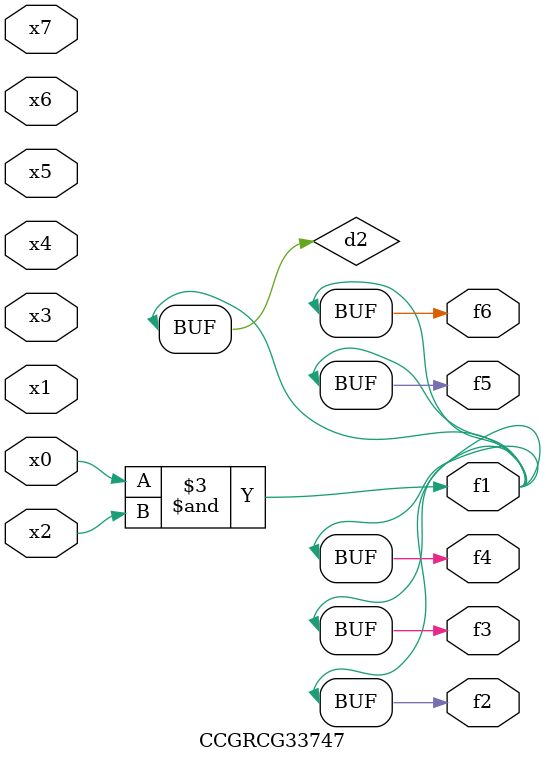
<source format=v>
module CCGRCG33747(
	input x0, x1, x2, x3, x4, x5, x6, x7,
	output f1, f2, f3, f4, f5, f6
);

	wire d1, d2;

	nor (d1, x3, x6);
	and (d2, x0, x2);
	assign f1 = d2;
	assign f2 = d2;
	assign f3 = d2;
	assign f4 = d2;
	assign f5 = d2;
	assign f6 = d2;
endmodule

</source>
